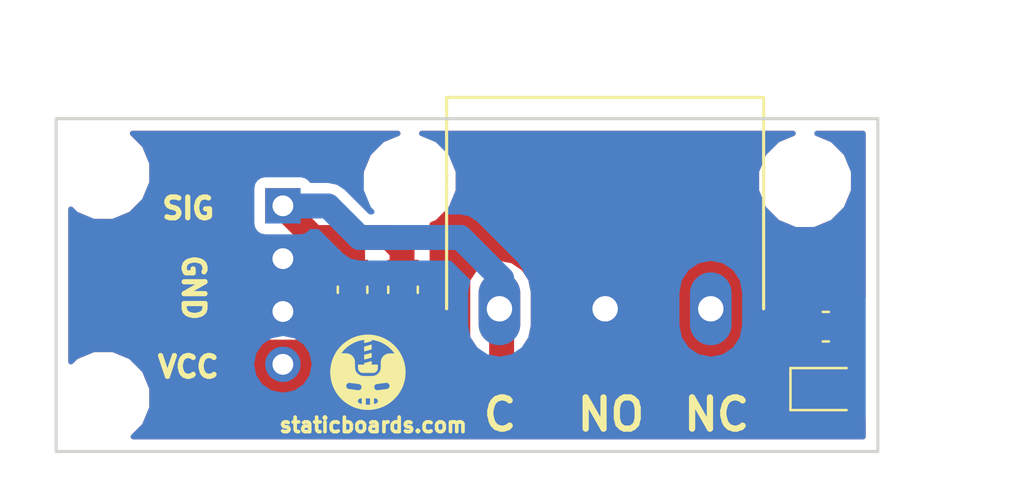
<source format=kicad_pcb>
(kicad_pcb (version 4) (host pcbnew 4.0.6)
  (layers (0 F.Cu signal) (31 B.Cu signal) (34 B.Paste user) (35 F.Paste user) (36 B.SilkS user) (37 F.SilkS user) (38 B.Mask user) (39 F.Mask user) (44 Edge.Cuts user))
  (net 0 "")
  (net 1 "Net-(D1-Pad2)")
  (net 2 /SIG)
  (net 3 /GND)
  (net 4 /Vcc)
  (module lib_fp:PinHeader_1x04_P2.54mm_Horizontal (layer F.Cu) (at 146.66046 93.6 180)
    (fp_text reference J1)
    (fp_text value .)
    (pad 1 thru_hole rect (at 0 3.81 180) (size 1.7 1.7) (drill 1) (layers *.Cu *.Mask) (net 2 /SIG))
    (pad 2 thru_hole oval (at 0 1.27 180) (size 1.7 1.7) (drill 1) (layers *.Cu *.Mask) (net 3 /GND))
    (pad 3 thru_hole oval (at 0 -1.27 180) (size 1.7 1.7) (drill 1) (layers *.Cu *.Mask) (net 3 /GND))
    (pad 4 thru_hole oval (at 0 -3.81 180) (size 1.7 1.7) (drill 1) (layers *.Cu *.Mask) (net 4 /Vcc))
  )
  (module lib_fp:MountingHole_3.4mm (layer F.Cu) (at 171.76 88.6)
    (fp_text reference REF** hide)
    (fp_text value MountingHole_3.2mm_M3 hide)
    (pad "" np_thru_hole circle (at 0 0) (size 3.4 3.4) (drill 3.4) (layers *.Cu *.Mask))
  )
  (module lib_fp:MountingHole_3.4mm (layer F.Cu) (at 152.76 88.6)
    (fp_text reference REF** hide)
    (fp_text value MountingHole_3.2mm_M3 hide)
    (pad "" np_thru_hole circle (at 0 0) (size 3.4 3.4) (drill 3.4) (layers *.Cu *.Mask))
  )
  (module lib_fp:MountingHole_3.4mm (layer F.Cu) (at 138.03 88.21)
    (fp_text reference REF** hide)
    (fp_text value MountingHole_3.2mm_M3 hide)
    (pad "" np_thru_hole circle (at 0 0) (size 3.4 3.4) (drill 3.4) (layers *.Cu *.Mask))
  )
  (module lib_fp:MountingHole_3.4mm (layer F.Cu) (at 138.03 99.03)
    (fp_text reference REF** hide)
    (fp_text value MountingHole_3.2mm_M3 hide)
    (pad "" np_thru_hole circle (at 0 0) (size 3.4 3.4) (drill 3.4) (layers *.Cu *.Mask))
  )
  (module Capacitor_SMD:C_0805_2012Metric (layer F.Cu) (at 150.01046 93.825 270)
    (fp_text reference C1)
    (fp_text value 100nF hide)
    (fp_line (start -0.15 -0.71) (end 0.15 -0.71) (layer F.SilkS) (width 0.12))
    (fp_line (start -0.15 0.71) (end 0.15 0.71) (layer F.SilkS) (width 0.12))
    (pad 1 smd rect (at -0.955 0 270) (size 0.97 1.5) (layers F.Cu F.Paste F.Mask) (net 2 /SIG))
    (pad 2 smd rect (at 0.955 0 270) (size 0.97 1.5) (layers F.Cu F.Paste F.Mask) (net 3 /GND))
  )
  (module Diode_SMD:D_0805_2012Metric (layer F.Cu) (at 172.76 98.6)
    (fp_text reference D1)
    (fp_text value Detect hide)
    (fp_line (start 1 -1.01) (end -1.7 -1.01) (layer F.SilkS) (width 0.12))
    (fp_line (start -1.7 -1.01) (end -1.7 1.01) (layer F.SilkS) (width 0.12))
    (fp_line (start -1.7 1.01) (end 1 1.01) (layer F.SilkS) (width 0.12))
    (pad 1 smd rect (at -0.955 0) (size 0.97 1.5) (layers F.Cu F.Paste F.Mask) (net 2 /SIG))
    (pad 2 smd rect (at 0.955 0) (size 0.97 1.5) (layers F.Cu F.Paste F.Mask) (net 1 "Net-(D1-Pad2)"))
  )
  (module Resistor_SMD:R_0805_2012Metric (layer F.Cu) (at 172.76 95.6)
    (fp_text reference R1)
    (fp_text value 1K hide)
    (fp_line (start -0.15 -0.71) (end 0.15 -0.71) (layer F.SilkS) (width 0.12))
    (fp_line (start -0.15 0.71) (end 0.15 0.71) (layer F.SilkS) (width 0.12))
    (pad 1 smd rect (at -0.955 0) (size 0.97 1.5) (layers F.Cu F.Paste F.Mask) (net 4 /Vcc))
    (pad 2 smd rect (at 0.955 0) (size 0.97 1.5) (layers F.Cu F.Paste F.Mask) (net 1 "Net-(D1-Pad2)"))
  )
  (module Resistor_SMD:R_0805_2012Metric (layer F.Cu) (at 152.43546 93.825 90)
    (fp_text reference R2)
    (fp_text value 10K hide)
    (fp_line (start -0.15 -0.71) (end 0.15 -0.71) (layer F.SilkS) (width 0.12))
    (fp_line (start -0.15 0.71) (end 0.15 0.71) (layer F.SilkS) (width 0.12))
    (pad 1 smd rect (at -0.955 0 90) (size 0.97 1.5) (layers F.Cu F.Paste F.Mask) (net 4 /Vcc))
    (pad 2 smd rect (at 0.955 0 90) (size 0.97 1.5) (layers F.Cu F.Paste F.Mask) (net 2 /SIG))
  )
  (module lib_fp:StopSwitch (layer F.Cu) (at 162.15046 94.74)
    (fp_text reference SW1)
    (fp_text value StopSwitch hide)
    (fp_line (start -7.62 -10.16) (end -7.62 0) (layer F.SilkS) (width 0.15))
    (fp_line (start 7.62 -10.16) (end -7.62 -10.16) (layer F.SilkS) (width 0.15))
    (fp_line (start 7.62 0) (end 7.62 -10.16) (layer F.SilkS) (width 0.15))
    (pad 1 thru_hole oval (at -5.08 0) (size 2 3.5) (drill 1.22) (layers *.Cu *.Mask) (net 2 /SIG))
    (pad 2 thru_hole oval (at 0 0) (size 2 3.5) (drill 1.22) (layers *.Cu *.Mask) (net 3 /GND))
    (pad 3 thru_hole oval (at 5.08 0) (size 2 3.5) (drill 1.22) (layers *.Cu *.Mask) (net 4 /Vcc))
  )
  (module footprints:staticboards_logo (layer F.Cu) (at 150.74646 97.79)
    (fp_text reference G*** hide)
    (fp_text value LOGO hide)
    (fp_poly (pts (xy 0.136972 -1.799376) (xy 0.241793 -1.788539) (xy 0.281937 -1.782768) (xy 0.376294 -1.76533) (xy 0.471328 -1.742279) (xy 0.565963 -1.71394) (xy 0.659121 -1.680641) (xy 0.749726 -1.642709) (xy 0.763392 -1.636473) (xy 0.812481 -1.612612) (xy 0.864027 -1.585315) (xy 0.916183 -1.555603) (xy 0.967098 -1.524492) (xy 0.969536 -1.522944) (xy 1.056762 -1.463873) (xy 1.139939 -1.400234) (xy 1.218927 -1.332245) (xy 1.293588 -1.260118) (xy 1.363781 -1.18407) (xy 1.429368 -1.104314) (xy 1.490209 -1.021066) (xy 1.546166 -0.93454) (xy 1.597098 -0.844952) (xy 1.642867 -0.752516) (xy 1.683334 -0.657447) (xy 1.718358 -0.559959) (xy 1.747802 -0.460268) (xy 1.771525 -0.358589) (xy 1.788841 -0.258946) (xy 1.794385 -0.218441) (xy 1.798743 -0.181024) (xy 1.802029 -0.145054) (xy 1.804356 -0.108893) (xy 1.805837 -0.070901) (xy 1.806585 -0.029438) (xy 1.806732 0) (xy 1.806404 0.048168) (xy 1.805255 0.091841) (xy 1.803172 0.132678) (xy 1.800041 0.172339) (xy 1.795751 0.212482) (xy 1.790188 0.254767) (xy 1.788781 0.264531) (xy 1.770578 0.36783) (xy 1.74642 0.469702) (xy 1.716426 0.569868) (xy 1.680719 0.668047) (xy 1.639421 0.763957) (xy 1.592652 0.85732) (xy 1.540535 0.947854) (xy 1.483191 1.035278) (xy 1.420743 1.119312) (xy 1.415397 1.126047) (xy 1.355892 1.196662) (xy 1.29173 1.26537) (xy 1.224014 1.331098) (xy 1.153849 1.392774) (xy 1.082803 1.448981) (xy 0.996691 1.50952) (xy 0.907595 1.564725) (xy 0.815772 1.614519) (xy 0.721478 1.658823) (xy 0.624971 1.697561) (xy 0.526507 1.730655) (xy 0.426344 1.758029) (xy 0.324739 1.779604) (xy 0.221949 1.795304) (xy 0.118231 1.805052) (xy 0.013842 1.80877) (xy -0.090962 1.80638) (xy -0.103769 1.805667) (xy -0.210002 1.796316) (xy -0.314683 1.780983) (xy -0.417683 1.759715) (xy -0.518875 1.732557) (xy -0.618134 1.699558) (xy -0.71533 1.660764) (xy -0.810338 1.616221) (xy -0.90303 1.565976) (xy -0.9114 1.560791) (xy -0.10222 1.560791) (xy -0.089055 1.562561) (xy -0.076791 1.563726) (xy -0.060085 1.564624) (xy -0.040092 1.565258) (xy -0.017968 1.56563) (xy 0.00513 1.565743) (xy 0.028045 1.565597) (xy 0.049623 1.565195) (xy 0.068706 1.56454) (xy 0.084139 1.563634) (xy 0.094764 1.562478) (xy 0.096189 1.562221) (xy 0.105375 1.560384) (xy 0.10523 1.532804) (xy 0.29117 1.532804) (xy 0.324469 1.524026) (xy 0.339928 1.519841) (xy 0.354932 1.51559) (xy 0.367398 1.511874) (xy 0.373256 1.509993) (xy 0.395396 1.501273) (xy 0.416993 1.490581) (xy 0.436069 1.47898) (xy 0.4484 1.469574) (xy 0.465068 1.451189) (xy 0.476676 1.430243) (xy 0.483365 1.40754) (xy 0.485275 1.383887) (xy 0.482546 1.360089) (xy 0.475318 1.336951) (xy 0.463731 1.315281) (xy 0.447925 1.295884) (xy 0.428041 1.279565) (xy 0.413949 1.271457) (xy 0.39733 1.264347) (xy 0.379959 1.259384) (xy 0.360342 1.256295) (xy 0.336989 1.254809) (xy 0.321372 1.254574) (xy 0.29117 1.254512) (xy 0.29117 1.532804) (xy 0.10523 1.532804) (xy 0.104571 1.408222) (xy 0.103768 1.256061) (xy 0.000774 1.255244) (xy -0.10222 1.254428) (xy -0.10222 1.560791) (xy -0.9114 1.560791) (xy -0.99328 1.510075) (xy -1.080959 1.448566) (xy -1.085696 1.445028) (xy -1.165501 1.381412) (xy -1.172156 1.375437) (xy -0.482504 1.375437) (xy -0.48233 1.399022) (xy -0.477388 1.422023) (xy -0.467486 1.443698) (xy -0.452434 1.463302) (xy -0.446874 1.468678) (xy -0.429946 1.481912) (xy -0.409853 1.493554) (xy -0.386124 1.50408) (xy -0.374837 1.508212) (xy -0.360635 1.512899) (xy -0.344972 1.517723) (xy -0.329302 1.522261) (xy -0.315076 1.526095) (xy -0.30375 1.528804) (xy -0.296775 1.529967) (xy -0.296592 1.529976) (xy -0.295302 1.52972) (xy -0.294233 1.528487) (xy -0.293366 1.525744) (xy -0.292679 1.520961) (xy -0.292152 1.513609) (xy -0.291763 1.503156) (xy -0.291493 1.489072) (xy -0.291319 1.470825) (xy -0.291221 1.447887) (xy -0.291179 1.419726) (xy -0.291171 1.39192) (xy -0.291171 1.253645) (xy -0.333763 1.255343) (xy -0.355013 1.256493) (xy -0.371402 1.258139) (xy -0.384257 1.260456) (xy -0.394113 1.263335) (xy -0.418536 1.274799) (xy -0.439337 1.290143) (xy -0.456326 1.308622) (xy -0.469311 1.329494) (xy -0.4781 1.352013) (xy -0.482504 1.375437) (xy -1.172156 1.375437) (xy -1.241786 1.312925) (xy -1.314275 1.239935) (xy -1.382691 1.162811) (xy -1.446755 1.081921) (xy -1.506192 0.997635) (xy -1.560723 0.910322) (xy -1.610071 0.820349) (xy -1.65396 0.728086) (xy -1.682397 0.658443) (xy -1.044014 0.658443) (xy -1.042719 0.68234) (xy -1.038487 0.703669) (xy -1.037508 0.706764) (xy -1.025477 0.733411) (xy -1.008648 0.757314) (xy -0.987854 0.777722) (xy -0.963929 0.793883) (xy -0.937706 0.805047) (xy -0.924824 0.808354) (xy -0.91997 0.809118) (xy -0.909575 0.810594) (xy -0.894243 0.812702) (xy -0.874577 0.815362) (xy -0.851181 0.818497) (xy -0.824659 0.822026) (xy -0.795613 0.825872) (xy -0.764649 0.829955) (xy -0.732369 0.834195) (xy -0.699376 0.838515) (xy -0.666276 0.842835) (xy -0.63367 0.847076) (xy -0.602163 0.851158) (xy -0.572359 0.855004) (xy -0.54486 0.858534) (xy -0.520271 0.861669) (xy -0.499196 0.86433) (xy -0.482237 0.866438) (xy -0.469998 0.867914) (xy -0.467732 0.868177) (xy -0.4498 0.868591) (xy -0.429102 0.866439) (xy -0.408878 0.86214) (xy -0.382233 0.851718) (xy -0.35804 0.835936) (xy -0.336901 0.815347) (xy -0.319419 0.790502) (xy -0.309856 0.771292) (xy -0.30406 0.752025) (xy -0.301031 0.729432) (xy -0.300913 0.713539) (xy 0.3005 0.713539) (xy 0.302935 0.744066) (xy 0.310346 0.771263) (xy 0.323037 0.795867) (xy 0.341311 0.818613) (xy 0.3454 0.822747) (xy 0.368144 0.841233) (xy 0.393593 0.85514) (xy 0.420548 0.863944) (xy 0.447014 0.867113) (xy 0.452464 0.866755) (xy 0.46354 0.865657) (xy 0.479723 0.863879) (xy 0.500498 0.861484) (xy 0.525345 0.858534) (xy 0.553749 0.855092) (xy 0.585191 0.851219) (xy 0.619155 0.846977) (xy 0.655122 0.842429) (xy 0.691721 0.837746) (xy 0.741166 0.831331) (xy 0.78552 0.825465) (xy 0.824644 0.82017) (xy 0.858398 0.815464) (xy 0.88664 0.81137) (xy 0.909231 0.807906) (xy 0.926029 0.805093) (xy 0.936896 0.802951) (xy 0.940446 0.802017) (xy 0.967789 0.789939) (xy 0.992023 0.772749) (xy 1.012587 0.750982) (xy 1.028918 0.725174) (xy 1.034884 0.712017) (xy 1.040362 0.692765) (xy 1.043214 0.670211) (xy 1.043361 0.6467) (xy 1.040723 0.624578) (xy 1.038188 0.614282) (xy 1.026795 0.586788) (xy 1.010619 0.562355) (xy 0.990385 0.541531) (xy 0.966816 0.524864) (xy 0.940636 0.512901) (xy 0.91257 0.506189) (xy 0.89357 0.504902) (xy 0.888611 0.505291) (xy 0.878109 0.506407) (xy 0.862667 0.508175) (xy 0.842884 0.510518) (xy 0.819361 0.51336) (xy 0.792699 0.516625) (xy 0.7635 0.520238) (xy 0.732362 0.524121) (xy 0.699888 0.528198) (xy 0.666679 0.532395) (xy 0.633334 0.536634) (xy 0.600454 0.54084) (xy 0.568642 0.544936) (xy 0.538496 0.548847) (xy 0.510618 0.552496) (xy 0.485609 0.555807) (xy 0.46407 0.558704) (xy 0.446601 0.561111) (xy 0.433803 0.562953) (xy 0.427802 0.563888) (xy 0.398364 0.571742) (xy 0.371868 0.584673) (xy 0.348804 0.602103) (xy 0.329664 0.623455) (xy 0.31494 0.648151) (xy 0.305123 0.675614) (xy 0.300704 0.705266) (xy 0.3005 0.713539) (xy -0.300913 0.713539) (xy -0.300854 0.705774) (xy -0.303615 0.68331) (xy -0.306153 0.673136) (xy -0.317873 0.644711) (xy -0.334499 0.619651) (xy -0.355495 0.598511) (xy -0.380323 0.581846) (xy -0.404232 0.571551) (xy -0.410252 0.570184) (xy -0.421823 0.568163) (xy -0.438346 0.565565) (xy -0.459221 0.562467) (xy -0.483848 0.558947) (xy -0.511627 0.555082) (xy -0.541957 0.55095) (xy -0.574239 0.546627) (xy -0.607873 0.542192) (xy -0.642259 0.537722) (xy -0.676796 0.533293) (xy -0.710885 0.528984) (xy -0.743926 0.524871) (xy -0.775319 0.521032) (xy -0.804464 0.517544) (xy -0.83076 0.514485) (xy -0.853608 0.511933) (xy -0.872408 0.509963) (xy -0.886559 0.508654) (xy -0.895463 0.508084) (xy -0.896698 0.508065) (xy -0.925429 0.511128) (xy -0.952752 0.519781) (xy -0.977899 0.533454) (xy -1.000101 0.551575) (xy -1.018589 0.573573) (xy -1.032593 0.598876) (xy -1.037761 0.612869) (xy -1.042363 0.634459) (xy -1.044014 0.658443) (xy -1.682397 0.658443) (xy -1.688808 0.642743) (xy -1.722975 0.543411) (xy -1.751241 0.442615) (xy -1.773603 0.340646) (xy -1.79006 0.237792) (xy -1.80061 0.134343) (xy -1.805251 0.030587) (xy -1.803982 -0.073185) (xy -1.7968 -0.176686) (xy -1.783704 -0.279626) (xy -1.764692 -0.381715) (xy -1.739762 -0.482664) (xy -1.708912 -0.582185) (xy -1.696828 -0.61632) (xy -1.657798 -0.714101) (xy -1.613228 -0.809237) (xy -1.563282 -0.901501) (xy -1.560476 -0.906037) (xy -1.282224 -0.906037) (xy -1.135948 -0.904348) (xy -1.100875 -0.903916) (xy -1.071392 -0.903483) (xy -1.046892 -0.903024) (xy -1.026771 -0.902512) (xy -1.010423 -0.901922) (xy -0.997241 -0.901228) (xy -0.98662 -0.900405) (xy -0.977956 -0.899427) (xy -0.970641 -0.898269) (xy -0.964981 -0.897112) (xy -0.9174 -0.884362) (xy -0.874404 -0.868328) (xy -0.835038 -0.848502) (xy -0.79835 -0.824376) (xy -0.763387 -0.795446) (xy -0.750149 -0.782884) (xy -0.715354 -0.744553) (xy -0.685982 -0.703233) (xy -0.662001 -0.658872) (xy -0.643383 -0.611414) (xy -0.631708 -0.568403) (xy -0.630249 -0.561512) (xy -0.629001 -0.554728) (xy -0.627939 -0.547491) (xy -0.62704 -0.539242) (xy -0.626278 -0.52942) (xy -0.62563 -0.517465) (xy -0.625072 -0.502819) (xy -0.624578 -0.48492) (xy -0.624125 -0.463209) (xy -0.623688 -0.437126) (xy -0.623244 -0.406112) (xy -0.622767 -0.369605) (xy -0.622637 -0.359318) (xy -0.622147 -0.321277) (xy -0.621694 -0.288874) (xy -0.621255 -0.26155) (xy -0.620805 -0.238748) (xy -0.620321 -0.219909) (xy -0.619778 -0.204477) (xy -0.619153 -0.191893) (xy -0.618421 -0.181599) (xy -0.617559 -0.173039) (xy -0.616543 -0.165653) (xy -0.615349 -0.158885) (xy -0.613953 -0.152177) (xy -0.613699 -0.151026) (xy -0.599661 -0.101446) (xy -0.580382 -0.0548) (xy -0.556204 -0.011388) (xy -0.527471 0.028488) (xy -0.494526 0.064527) (xy -0.457711 0.096426) (xy -0.41737 0.123885) (xy -0.373846 0.146602) (xy -0.327482 0.164275) (xy -0.278621 0.176603) (xy -0.233891 0.182785) (xy -0.226186 0.183174) (xy -0.212854 0.183525) (xy -0.194464 0.183835) (xy -0.171584 0.184099) (xy -0.144783 0.184313) (xy -0.11463 0.184474) (xy -0.081693 0.184578) (xy -0.046539 0.184621) (xy -0.009739 0.184598) (xy 0.020134 0.184532) (xy 0.063661 0.184392) (xy 0.101468 0.184239) (xy 0.134027 0.184061) (xy 0.161813 0.183847) (xy 0.185299 0.183585) (xy 0.20496 0.183263) (xy 0.22127 0.182871) (xy 0.234703 0.182396) (xy 0.245732 0.181827) (xy 0.254831 0.181153) (xy 0.262475 0.180361) (xy 0.269137 0.179441) (xy 0.275291 0.178381) (xy 0.275682 0.178307) (xy 0.325672 0.165849) (xy 0.37288 0.148074) (xy 0.416999 0.125318) (xy 0.457723 0.097919) (xy 0.494743 0.066215) (xy 0.527753 0.030544) (xy 0.556445 -0.008757) (xy 0.580511 -0.051349) (xy 0.599645 -0.096895) (xy 0.613538 -0.145058) (xy 0.621883 -0.195498) (xy 0.622607 -0.202891) (xy 0.623249 -0.213224) (xy 0.623847 -0.228923) (xy 0.624386 -0.249159) (xy 0.624851 -0.273101) (xy 0.625229 -0.299922) (xy 0.625503 -0.32879) (xy 0.625661 -0.358878) (xy 0.625693 -0.377903) (xy 0.625747 -0.415393) (xy 0.625924 -0.447369) (xy 0.62628 -0.474508) (xy 0.626872 -0.497491) (xy 0.627757 -0.516998) (xy 0.62899 -0.533707) (xy 0.630628 -0.548298) (xy 0.632727 -0.561451) (xy 0.635343 -0.573845) (xy 0.638534 -0.58616) (xy 0.642355 -0.599075) (xy 0.644642 -0.606356) (xy 0.662728 -0.653168) (xy 0.686072 -0.697112) (xy 0.714261 -0.7378) (xy 0.746884 -0.774844) (xy 0.783531 -0.807857) (xy 0.823789 -0.83645) (xy 0.867248 -0.860236) (xy 0.913496 -0.878828) (xy 0.94281 -0.887429) (xy 0.956614 -0.890708) (xy 0.970393 -0.893448) (xy 0.984848 -0.895694) (xy 1.000679 -0.897491) (xy 1.018587 -0.898885) (xy 1.039273 -0.899921) (xy 1.063436 -0.900644) (xy 1.091779 -0.9011) (xy 1.125 -0.901333) (xy 1.158669 -0.901391) (xy 1.286096 -0.901391) (xy 1.280371 -0.910421) (xy 1.276474 -0.916033) (xy 1.269599 -0.925405) (xy 1.260583 -0.937416) (xy 1.250264 -0.950945) (xy 1.245561 -0.957044) (xy 1.182893 -1.033081) (xy 1.116063 -1.104681) (xy 1.045308 -1.171707) (xy 0.970862 -1.234017) (xy 0.892962 -1.291474) (xy 0.811845 -1.343939) (xy 0.727745 -1.391273) (xy 0.6409 -1.433336) (xy 0.551544 -1.46999) (xy 0.459914 -1.501096) (xy 0.366247 -1.526515) (xy 0.270777 -1.546108) (xy 0.235414 -1.551798) (xy 0.21927 -1.554115) (xy 0.204675 -1.556045) (xy 0.193059 -1.557411) (xy 0.185853 -1.558034) (xy 0.185079 -1.558053) (xy 0.176561 -1.558074) (xy 0.176561 -1.52883) (xy 0.176322 -1.516016) (xy 0.175683 -1.505718) (xy 0.174755 -1.49938) (xy 0.174162 -1.498103) (xy 0.170806 -1.49704) (xy 0.162014 -1.494513) (xy 0.148333 -1.490674) (xy 0.130308 -1.485674) (xy 0.108484 -1.479662) (xy 0.083408 -1.472789) (xy 0.055626 -1.465206) (xy 0.025683 -1.457063) (xy 0.00457 -1.451338) (xy -0.026631 -1.442885) (xy -0.056131 -1.434887) (xy -0.08337 -1.427496) (xy -0.10779 -1.420864) (xy -0.128831 -1.415143) (xy -0.145936 -1.410485) (xy -0.158545 -1.407041) (xy -0.1661 -1.404965) (xy -0.168043 -1.404417) (xy -0.169714 -1.404266) (xy -0.171002 -1.405408) (xy -0.171958 -1.408537) (xy -0.172629 -1.414343) (xy -0.173066 -1.423518) (xy -0.173318 -1.436755) (xy -0.173434 -1.454745) (xy -0.173464 -1.47818) (xy -0.173464 -1.558074) (xy -0.182777 -1.558074) (xy -0.193326 -1.557419) (xy -0.20888 -1.555579) (xy -0.228405 -1.552737) (xy -0.250864 -1.549078) (xy -0.275223 -1.544785) (xy -0.300444 -1.540043) (xy -0.325493 -1.535037) (xy -0.349333 -1.529951) (xy -0.370929 -1.524968) (xy -0.376354 -1.523636) (xy -0.471433 -1.496777) (xy -0.564103 -1.46426) (xy -0.65417 -1.426213) (xy -0.741443 -1.382764) (xy -0.825727 -1.334039) (xy -0.906832 -1.280167) (xy -0.984563 -1.221275) (xy -1.058728 -1.15749) (xy -1.129134 -1.08894) (xy -1.195589 -1.015752) (xy -1.254004 -0.943208) (xy -1.282224 -0.906037) (xy -1.560476 -0.906037) (xy -1.508122 -0.990667) (xy -1.447914 -1.076506) (xy -1.38282 -1.158792) (xy -1.313005 -1.237298) (xy -1.238631 -1.311797) (xy -1.159863 -1.382061) (xy -1.123129 -1.412158) (xy -1.039338 -1.475082) (xy -0.952459 -1.532719) (xy -0.862735 -1.585007) (xy -0.770412 -1.631879) (xy -0.675736 -1.673272) (xy -0.578951 -1.70912) (xy -0.480303 -1.739359) (xy -0.380037 -1.763924) (xy -0.278399 -1.78275) (xy -0.175634 -1.795773) (xy -0.071987 -1.802929) (xy 0.032297 -1.804151) (xy 0.136972 -1.799376)) (layer F.SilkS) (width 0.01))
    (fp_poly (pts (xy 0.174444 -0.52672) (xy 0.17533 -0.517793) (xy 0.175976 -0.502849) (xy 0.176383 -0.481834) (xy 0.176554 -0.454694) (xy 0.176561 -0.447598) (xy 0.176561 -0.365513) (xy 0.477543 -0.365513) (xy 0.476193 -0.265616) (xy 0.475725 -0.234837) (xy 0.475147 -0.209413) (xy 0.474329 -0.188504) (xy 0.47314 -0.171271) (xy 0.471453 -0.156873) (xy 0.469136 -0.144471) (xy 0.46606 -0.133225) (xy 0.462096 -0.122294) (xy 0.457113 -0.11084) (xy 0.450983 -0.098021) (xy 0.450003 -0.096025) (xy 0.442667 -0.081892) (xy 0.435504 -0.07031) (xy 0.427176 -0.059468) (xy 0.416343 -0.047556) (xy 0.407496 -0.038553) (xy 0.394078 -0.025528) (xy 0.382925 -0.015864) (xy 0.372245 -0.008243) (xy 0.360246 -0.001343) (xy 0.350024 0.003803) (xy 0.341888 0.007784) (xy 0.334565 0.011301) (xy 0.327639 0.014382) (xy 0.320691 0.017056) (xy 0.313303 0.019351) (xy 0.305057 0.021297) (xy 0.295535 0.02292) (xy 0.28432 0.024251) (xy 0.270992 0.025317) (xy 0.255135 0.026146) (xy 0.23633 0.026768) (xy 0.21416 0.027211) (xy 0.188205 0.027503) (xy 0.158049 0.027673) (xy 0.123274 0.027749) (xy 0.083461 0.02776) (xy 0.038192 0.027734) (xy -0.000612 0.027707) (xy -0.048454 0.027673) (xy -0.090511 0.027627) (xy -0.127196 0.027561) (xy -0.158918 0.027466) (xy -0.186089 0.027334) (xy -0.20912 0.027156) (xy -0.228423 0.026925) (xy -0.244407 0.026631) (xy -0.257484 0.026265) (xy -0.268065 0.025821) (xy -0.276561 0.025288) (xy -0.283383 0.024658) (xy -0.288942 0.023924) (xy -0.293649 0.023075) (xy -0.297915 0.022105) (xy -0.300225 0.021516) (xy -0.335586 0.009157) (xy -0.367824 -0.008439) (xy -0.396563 -0.030957) (xy -0.42143 -0.058083) (xy -0.442049 -0.089501) (xy -0.449291 -0.103769) (xy -0.454891 -0.11619) (xy -0.459435 -0.127658) (xy -0.463031 -0.139009) (xy -0.465789 -0.151078) (xy -0.467817 -0.164702) (xy -0.469225 -0.180716) (xy -0.47012 -0.199957) (xy -0.470611 -0.223261) (xy -0.470808 -0.251464) (xy -0.47083 -0.269325) (xy -0.47083 -0.365513) (xy -0.173464 -0.365513) (xy -0.173464 -0.400926) (xy -0.17336 -0.416395) (xy -0.172942 -0.426748) (xy -0.172053 -0.433061) (xy -0.170535 -0.43641) (xy -0.16823 -0.437872) (xy -0.168043 -0.43793) (xy -0.160802 -0.439983) (xy -0.148708 -0.443327) (xy -0.132411 -0.447789) (xy -0.112565 -0.453192) (xy -0.08982 -0.459361) (xy -0.064828 -0.466121) (xy -0.038242 -0.473296) (xy -0.010713 -0.480713) (xy 0.017107 -0.488195) (xy 0.044566 -0.495567) (xy 0.071013 -0.502653) (xy 0.095796 -0.50928) (xy 0.118262 -0.515272) (xy 0.137761 -0.520452) (xy 0.153639 -0.524647) (xy 0.165246 -0.527681) (xy 0.17193 -0.529379) (xy 0.173315 -0.529683) (xy 0.174444 -0.52672)) (layer F.SilkS) (width 0.01))
    (fp_poly (pts (xy 0.172582 -0.922631) (xy 0.173744 -0.921253) (xy 0.174656 -0.918196) (xy 0.175348 -0.91286) (xy 0.175849 -0.904647) (xy 0.176191 -0.892956) (xy 0.176403 -0.877189) (xy 0.176514 -0.856747) (xy 0.176556 -0.83103) (xy 0.176561 -0.814868) (xy 0.176542 -0.786037) (xy 0.176468 -0.762793) (xy 0.176307 -0.744526) (xy 0.17603 -0.730627) (xy 0.175606 -0.720488) (xy 0.175005 -0.713499) (xy 0.174198 -0.709051) (xy 0.173155 -0.706536) (xy 0.171844 -0.705344) (xy 0.17114 -0.705071) (xy 0.163855 -0.703006) (xy 0.151722 -0.69965) (xy 0.135392 -0.695179) (xy 0.115516 -0.689768) (xy 0.092748 -0.683593) (xy 0.067737 -0.676828) (xy 0.041137 -0.669649) (xy 0.013599 -0.662231) (xy -0.014226 -0.654749) (xy -0.041684 -0.647378) (xy -0.068125 -0.640294) (xy -0.092897 -0.633671) (xy -0.115347 -0.627686) (xy -0.134825 -0.622512) (xy -0.150677 -0.618325) (xy -0.162253 -0.615301) (xy -0.168901 -0.613615) (xy -0.170258 -0.613318) (xy -0.17122 -0.615864) (xy -0.171962 -0.623627) (xy -0.172487 -0.636788) (xy -0.172801 -0.655531) (xy -0.172906 -0.680039) (xy -0.172808 -0.710493) (xy -0.172729 -0.722147) (xy -0.171915 -0.830976) (xy -0.003098 -0.87688) (xy 0.028245 -0.885379) (xy 0.057888 -0.893374) (xy 0.085277 -0.900716) (xy 0.109856 -0.90726) (xy 0.131071 -0.912858) (xy 0.148365 -0.917365) (xy 0.161185 -0.920632) (xy 0.168975 -0.922514) (xy 0.17114 -0.922929) (xy 0.172582 -0.922631)) (layer F.SilkS) (width 0.01))
    (fp_poly (pts (xy 0.175964 -1.319593) (xy 0.176128 -1.311134) (xy 0.176272 -1.297863) (xy 0.176393 -1.280474) (xy 0.176484 -1.259657) (xy 0.176542 -1.236106) (xy 0.176561 -1.211708) (xy 0.176561 -1.100758) (xy 0.008518 -1.055183) (xy -0.022821 -1.046684) (xy -0.052507 -1.038637) (xy -0.079975 -1.031194) (xy -0.104663 -1.024507) (xy -0.126005 -1.018729) (xy -0.143438 -1.014012) (xy -0.156399 -1.01051) (xy -0.164323 -1.008376) (xy -0.166534 -1.007786) (xy -0.173543 -1.005965) (xy -0.171915 -1.228109) (xy 0.001548 -1.275274) (xy 0.03316 -1.283868) (xy 0.062941 -1.291961) (xy 0.090362 -1.299409) (xy 0.114894 -1.306069) (xy 0.13601 -1.311798) (xy 0.15318 -1.316452) (xy 0.165878 -1.319889) (xy 0.173573 -1.321964) (xy 0.175786 -1.32255) (xy 0.175964 -1.319593)) (layer F.SilkS) (width 0.01))
  )
  (gr_text staticboards.com (at 151.00046 100.33) (layer F.SilkS) (effects (font (size 0.7 0.7) (thickness 0.175))))
  (gr_text NC (at 167.51046 99.822) (layer F.SilkS) (effects (font (size 1.5 1.5) (thickness 0.3))))
  (gr_text NO (at 162.43046 99.822) (layer F.SilkS) (effects (font (size 1.5 1.5) (thickness 0.3))))
  (gr_text C (at 157.09646 99.822) (layer F.SilkS) (effects (font (size 1.5 1.5) (thickness 0.3))))
  (gr_text VCC (at 142.11046 97.536) (layer F.SilkS) (effects (font (size 1 1) (thickness 0.25))))
  (gr_text GND (at 142.36446 93.726 270) (layer F.SilkS) (effects (font (size 1 1) (thickness 0.25))))
  (gr_text SIG (at 142.11046 89.916) (layer F.SilkS) (effects (font (size 1 1) (thickness 0.25))))
  (gr_line (start 135.76 101.6) (end 175.26 101.6) (layer Edge.Cuts) (width 0.15))
  (gr_line (start 135.76 85.6) (end 135.76 101.6) (layer Edge.Cuts) (width 0.15))
  (gr_line (start 175.26 85.6) (end 135.76 85.6) (layer Edge.Cuts) (width 0.15))
  (gr_line (start 175.26 101.6) (end 175.26 85.6) (layer Edge.Cuts) (width 0.15))
  (segment (start 173.715 98.6) (end 173.715 95.6) (width 1.2) (layer F.Cu) (net 1))
  (segment (start 146.61 89.79) (end 146.62 89.8) (width 1.2) (layer B.Cu) (net 2))
  (segment (start 146.62 89.8) (end 148.83546 89.8) (width 1.2) (layer B.Cu) (net 2))
  (segment (start 148.83546 89.8) (end 150.34846 91.313) (width 1.2) (layer B.Cu) (net 2))
  (segment (start 150.34846 91.313) (end 155.194 91.313) (width 1.2) (layer B.Cu) (net 2))
  (segment (start 155.194 91.313) (end 157.175 93.294) (width 1.2) (layer B.Cu) (net 2))
  (segment (start 157.175 93.294) (end 157.175 95.75) (width 1.2) (layer B.Cu) (net 2))
  (segment (start 150.01046 92.87) (end 150.01046 91.363) (width 1.2) (layer F.Cu) (net 2))
  (segment (start 151.786 91.313) (end 149.96046 91.313) (width 1.2) (layer F.Cu) (net 2))
  (segment (start 149.96046 91.313) (end 148.133 91.313) (width 1.2) (layer F.Cu) (net 2))
  (segment (start 150.01046 91.363) (end 149.96046 91.313) (width 0.5) (layer F.Cu) (net 2))
  (segment (start 152.387 92.899) (end 152.387 91.914) (width 1.2) (layer F.Cu) (net 2))
  (segment (start 152.387 91.914) (end 151.786 91.313) (width 1.2) (layer F.Cu) (net 2))
  (segment (start 157.175 95.75) (end 157.175 98) (width 1.2) (layer F.Cu) (net 2))
  (segment (start 157.175 98) (end 157.775 98.6) (width 1.2) (layer F.Cu) (net 2))
  (segment (start 157.775 98.6) (end 171.805 98.6) (width 1.2) (layer F.Cu) (net 2))
  (segment (start 146.61 89.79) (end 148.133 91.313) (width 1.2) (layer F.Cu) (net 2))
  (segment (start 146.66046 94.87) (end 149.92046 94.87) (width 1.2) (layer F.Cu) (net 3))
  (segment (start 149.92046 94.87) (end 150.01046 94.78) (width 1.2) (layer F.Cu) (net 3))
  (segment (start 162.255 95.75) (end 162.255 98) (width 1) (layer B.Cu) (net 3))
  (segment (start 141.605 96.012) (end 142.747 94.87) (width 1) (layer B.Cu) (net 3))
  (segment (start 162.255 98) (end 160.687 99.568) (width 1) (layer B.Cu) (net 3))
  (segment (start 160.687 99.568) (end 142.748 99.568) (width 1) (layer B.Cu) (net 3))
  (segment (start 142.748 99.568) (end 141.605 98.425) (width 1) (layer B.Cu) (net 3))
  (segment (start 141.605 98.425) (end 141.605 96.012) (width 1) (layer B.Cu) (net 3))
  (segment (start 142.747 94.87) (end 145.26 94.87) (width 1) (layer B.Cu) (net 3))
  (segment (start 142.51 97.35) (end 142.51 99.35) (width 0.5) (layer F.Cu) (net 4))
  (segment (start 142.57 97.41) (end 142.51 97.35) (width 0.5) (layer F.Cu) (net 4))
  (segment (start 142.51 99.35) (end 143.26 100.1) (width 0.5) (layer F.Cu) (net 4))
  (segment (start 143.26 100.1) (end 148.819 100.1) (width 0.5) (layer F.Cu) (net 4))
  (segment (start 148.819 100.1) (end 151.51 97.409) (width 0.5) (layer F.Cu) (net 4))
  (segment (start 150.772 97.409) (end 151.51 97.409) (width 1.2) (layer F.Cu) (net 4))
  (segment (start 151.51 97.409) (end 152.4 97.409) (width 1.2) (layer F.Cu) (net 4))
  (segment (start 152.4 97.409) (end 153.797 97.409) (width 1.2) (layer F.Cu) (net 4))
  (segment (start 153.797 97.409) (end 155.067 96.139) (width 1.2) (layer F.Cu) (net 4))
  (segment (start 155.067 96.139) (end 155.067 92.583) (width 1.2) (layer F.Cu) (net 4))
  (segment (start 155.067 92.583) (end 156.21 91.44) (width 1.2) (layer F.Cu) (net 4))
  (segment (start 156.21 91.44) (end 165.989 91.44) (width 1.2) (layer F.Cu) (net 4))
  (segment (start 165.989 91.44) (end 167.335 92.786) (width 1.2) (layer F.Cu) (net 4))
  (segment (start 167.335 92.786) (end 167.335 95.75) (width 1.2) (layer F.Cu) (net 4))
  (segment (start 152.387 94.809) (end 152.387 97.396) (width 1.2) (layer F.Cu) (net 4))
  (segment (start 152.387 97.396) (end 152.4 97.409) (width 1.2) (layer F.Cu) (net 4))
  (segment (start 150.771 97.41) (end 150.772 97.409) (width 1.2) (layer F.Cu) (net 4))
  (segment (start 167.335 95.75) (end 171.655 95.75) (width 1.2) (layer F.Cu) (net 4))
  (segment (start 171.655 95.75) (end 171.805 95.6) (width 1.2) (layer F.Cu) (net 4))
  (zone (net 4) (net_name /Vcc) (layer F.Cu) (connect_pads yes (clearance 0.508)) (min_thickness 0.254) (fill yes (arc_segments 16) (thermal_gap 0.508) (thermal_bridge_width 0.508))
    (polygon (pts (xy 175.26 101.6) (xy 175.26 85.6) (xy 135.76 85.6) (xy 135.76 101.6)))
  )
  (zone (net 3) (net_name /GND) (layer B.Cu) (connect_pads yes (clearance 0.508)) (min_thickness 0.254) (fill yes (arc_segments 16) (thermal_gap 0.508) (thermal_bridge_width 0.508))
    (polygon (pts (xy 175.26 101.6) (xy 175.26 85.6) (xy 135.76 85.6) (xy 135.76 101.6)))
  )
  (zone (net 0) (net_name "") (layer F.Cu) (connect_pads (clearance 0.508)) (min_thickness 0.254)
    (keepout (tracks allowed) (vias allowed) (copperpour not_allowed))
    (fill yes (arc_segments 16) (thermal_gap 0.508) (thermal_bridge_width 0.508))
    (polygon (pts (xy 153.720372 94) (xy 151.28046 94) (xy 151.256407 96.225) (xy 148.24046 96.225) (xy 145.24046 96.225) (xy 145.24046 88.35) (xy 153.700372 88.35)))
  )
  (zone (net 0) (net_name "") (layer F.Cu) (connect_pads (clearance 0.508)) (min_thickness 0.254)
    (keepout (tracks allowed) (vias allowed) (copperpour not_allowed))
    (fill yes (arc_segments 16) (thermal_gap 0.508) (thermal_bridge_width 0.508))
    (polygon (pts (xy 171.01046 97.325) (xy 172.58546 97.325) (xy 172.585461 94.325) (xy 174.71046 94.325) (xy 174.71046 99.95) (xy 170.76046 99.95) (xy 170.76046 97.325)))
  )
)
</source>
